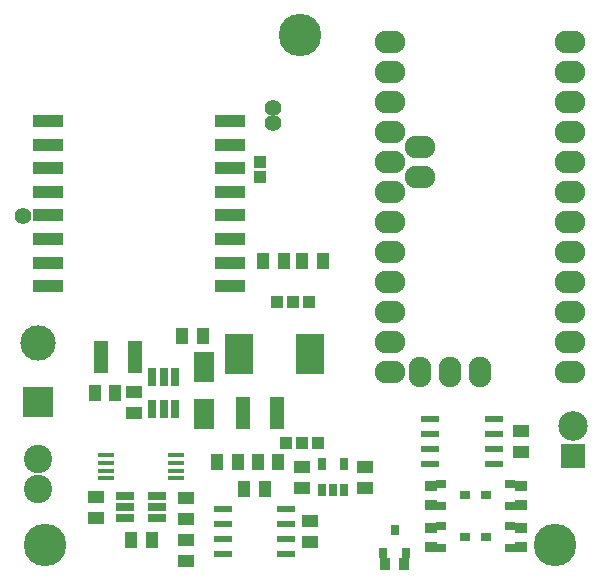
<source format=gbr>
G04 #@! TF.GenerationSoftware,KiCad,Pcbnew,(5.0.0-rc2-dev-744-gdfcdfe91f)*
G04 #@! TF.CreationDate,2018-07-03T22:34:29+02:00*
G04 #@! TF.ProjectId,SHMod24,53484D6F6432342E6B696361645F7063,rev?*
G04 #@! TF.SameCoordinates,Original*
G04 #@! TF.FileFunction,Soldermask,Bot*
G04 #@! TF.FilePolarity,Negative*
%FSLAX46Y46*%
G04 Gerber Fmt 4.6, Leading zero omitted, Abs format (unit mm)*
G04 Created by KiCad (PCBNEW (5.0.0-rc2-dev-744-gdfcdfe91f)) date 07/03/18 22:34:29*
%MOMM*%
%LPD*%
G01*
G04 APERTURE LIST*
%ADD10C,1.400000*%
%ADD11R,1.000000X1.000000*%
%ADD12R,1.120000X1.400000*%
%ADD13R,1.400000X1.120000*%
%ADD14R,2.500000X1.100000*%
%ADD15C,2.398980*%
%ADD16R,0.650000X1.060000*%
%ADD17R,2.600000X2.600000*%
%ADD18C,3.000000*%
%ADD19R,2.350000X3.500000*%
%ADD20R,0.800000X0.900000*%
%ADD21R,0.820000X1.000000*%
%ADD22R,1.000000X0.820000*%
%ADD23R,0.900000X0.800000*%
%ADD24R,1.550000X0.600000*%
%ADD25R,2.000000X2.000000*%
%ADD26C,2.500000*%
%ADD27C,3.600000*%
%ADD28R,1.450000X0.450000*%
%ADD29R,1.560000X0.650000*%
%ADD30O,2.599640X1.901140*%
%ADD31O,1.901140X2.599640*%
%ADD32R,1.220000X2.700000*%
%ADD33R,1.800000X2.500000*%
%ADD34R,0.650000X1.560000*%
G04 APERTURE END LIST*
D10*
X52062809Y-80779500D03*
D11*
X74930000Y-88011000D03*
X73580000Y-88011000D03*
X76280000Y-88011000D03*
X75692000Y-99949000D03*
X77042000Y-99949000D03*
X74342000Y-99949000D03*
X72136000Y-77470000D03*
X72136000Y-76170000D03*
D12*
X72571500Y-103886000D03*
X70811500Y-103886000D03*
X65541000Y-90932000D03*
X67301000Y-90932000D03*
D13*
X58293000Y-104530000D03*
X58293000Y-106290000D03*
X81026000Y-101990000D03*
X81026000Y-103750000D03*
X75692000Y-103750000D03*
X75692000Y-101990000D03*
X65913000Y-108213000D03*
X65913000Y-109973000D03*
D12*
X77461000Y-84582000D03*
X75701000Y-84582000D03*
X61223000Y-108204000D03*
X62983000Y-108204000D03*
D13*
X76390500Y-108322000D03*
X76390500Y-106562000D03*
X94234000Y-100702000D03*
X94234000Y-98942000D03*
D12*
X71963500Y-101600000D03*
X73723500Y-101600000D03*
D13*
X61468000Y-97400000D03*
X61468000Y-95640000D03*
D12*
X58166000Y-95758000D03*
X59926000Y-95758000D03*
D13*
X65913000Y-106417000D03*
X65913000Y-104657000D03*
D14*
X69597500Y-72707500D03*
X69597500Y-74707500D03*
X69597500Y-76707500D03*
X69597500Y-78707500D03*
X69597500Y-80707500D03*
X69597500Y-82707500D03*
X69597500Y-84707500D03*
X69597500Y-86707500D03*
X54197500Y-86707500D03*
X54197500Y-84707500D03*
X54197500Y-82707500D03*
X54197500Y-80707500D03*
X54197500Y-78707500D03*
X54197500Y-76707500D03*
X54197500Y-74707500D03*
X54197500Y-72707500D03*
D15*
X53340000Y-101346000D03*
D16*
X79309000Y-103970000D03*
X78359000Y-103970000D03*
X77409000Y-103970000D03*
X77409000Y-101770000D03*
X79309000Y-101770000D03*
D12*
X72399000Y-84582000D03*
X74159000Y-84582000D03*
D17*
X53340000Y-96520000D03*
D18*
X53340000Y-91520000D03*
D19*
X76431000Y-92456000D03*
X70381000Y-92456000D03*
D20*
X84516000Y-109331000D03*
X82616000Y-109331000D03*
X83566000Y-107331000D03*
D21*
X82766000Y-110236000D03*
X84366000Y-110236000D03*
D22*
X86614000Y-105194000D03*
X86614000Y-103594000D03*
X94234000Y-105194000D03*
X94234000Y-103594000D03*
X86614000Y-108750000D03*
X86614000Y-107150000D03*
X94234000Y-108750000D03*
X94234000Y-107150000D03*
D23*
X87519000Y-108900000D03*
X87519000Y-107000000D03*
X89519000Y-107950000D03*
D24*
X86581000Y-101727000D03*
X86581000Y-100457000D03*
X86581000Y-99187000D03*
X86581000Y-97917000D03*
X91981000Y-97917000D03*
X91981000Y-99187000D03*
X91981000Y-100457000D03*
X91981000Y-101727000D03*
D23*
X91329000Y-104394000D03*
X93329000Y-105344000D03*
X93329000Y-103444000D03*
X87519000Y-105344000D03*
X87519000Y-103444000D03*
X89519000Y-104394000D03*
X91329000Y-107950000D03*
X93329000Y-108900000D03*
X93329000Y-107000000D03*
D25*
X98679000Y-101092000D03*
D26*
X98679000Y-98552000D03*
D27*
X75565000Y-65405000D03*
X97155000Y-108585000D03*
X53975000Y-108585000D03*
D10*
X73279000Y-72898000D03*
X73279000Y-71628000D03*
D28*
X65053000Y-101006000D03*
X65053000Y-101656000D03*
X65053000Y-102306000D03*
X65053000Y-102956000D03*
X59153000Y-102956000D03*
X59153000Y-102306000D03*
X59153000Y-101656000D03*
X59153000Y-101006000D03*
D29*
X60753000Y-105410000D03*
X60753000Y-104460000D03*
X60753000Y-106360000D03*
X63453000Y-106360000D03*
X63453000Y-105410000D03*
X63453000Y-104460000D03*
D30*
X98425000Y-66040000D03*
X98425000Y-68580000D03*
X98425000Y-71120000D03*
X98425000Y-73660000D03*
X98425000Y-76200000D03*
X98425000Y-78740000D03*
X98425000Y-81280000D03*
X98425000Y-83820000D03*
X98425000Y-86360000D03*
X98425000Y-88900000D03*
X98425000Y-91440000D03*
X98425000Y-93980000D03*
X83185000Y-93980000D03*
X83185000Y-91440000D03*
X83185000Y-88900000D03*
X83185000Y-86360000D03*
X83185000Y-83820000D03*
X83185000Y-81280000D03*
X83185000Y-78740000D03*
X83185000Y-76200000D03*
X83185000Y-73660000D03*
X83185000Y-71120000D03*
X83185000Y-68580000D03*
X83185000Y-66040000D03*
X85725000Y-77470000D03*
X85725000Y-74930000D03*
D31*
X85725000Y-93980000D03*
X88265000Y-93980000D03*
X90805000Y-93980000D03*
D32*
X61595000Y-92710000D03*
X58735000Y-92710000D03*
X73566000Y-97409000D03*
X70706000Y-97409000D03*
D33*
X67437000Y-93504000D03*
X67437000Y-97504000D03*
D24*
X74391500Y-105537000D03*
X74391500Y-106807000D03*
X74391500Y-108077000D03*
X74391500Y-109347000D03*
X68991500Y-109347000D03*
X68991500Y-108077000D03*
X68991500Y-106807000D03*
X68991500Y-105537000D03*
D34*
X64958000Y-97108000D03*
X64008000Y-97108000D03*
X63058000Y-97108000D03*
X63058000Y-94408000D03*
X64958000Y-94408000D03*
X64008000Y-94408000D03*
D15*
X53340000Y-103886000D03*
D12*
X68525500Y-101600000D03*
X70285500Y-101600000D03*
M02*

</source>
